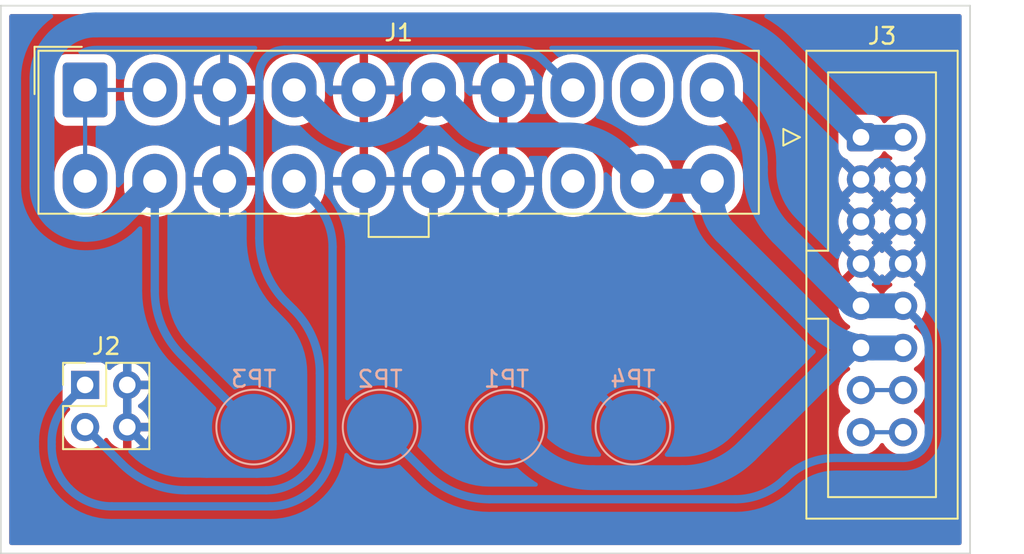
<source format=kicad_pcb>
(kicad_pcb (version 20211014) (generator pcbnew)
  (layers (0 "F.Cu" signal) (31 "B.Cu" signal) (34 "B.Paste" user) (35 "F.Paste" user) (36 "B.SilkS" user "B.Silkscreen") (37 "F.SilkS" user "F.Silkscreen") (38 "B.Mask" user) (39 "F.Mask" user) (44 "Edge.Cuts" user))
  (net 0 "")
  (net 1 "Net-(J1-Pad1)")
  (net 2 "GND")
  (net 3 "+5V")
  (net 4 "/POWER_OK")
  (net 6 "+12V")
  (net 7 "-12V")
  (net 8 "/POWER_ON")
  (net 10 "/CV")
  (net 11 "/GATE")
  (footprint "Connector_Molex:Molex_Mini-Fit_Jr_5566-20A_2x10_P4.20mm_Vertical" (layer "F.Cu") (at 121.92 86.36)
    (fp_text reference "J1" (at 18.9 -3.45) (layer "F.SilkS"))
    (fp_text value "ATX-20")
    (fp_line (start 17.09 7.46) (end 17.09 8.86) (layer "F.SilkS") (width 0.12))
    (fp_line (start 18.9 -2.36) (end 40.61 -2.36) (layer "F.SilkS") (width 0.12))
    (fp_line (start 18.9 -2.36) (end -2.81 -2.36) (layer "F.SilkS") (width 0.12))
    (fp_line (start 40.61 -2.36) (end 40.61 7.46) (layer "F.SilkS") (width 0.12))
    (fp_line (start -2.81 -2.36) (end -2.81 7.46) (layer "F.SilkS") (width 0.12))
    (fp_line (start -2.81 7.46) (end 17.09 7.46) (layer "F.SilkS") (width 0.12))
    (fp_line (start 20.71 8.86) (end 18.9 8.86) (layer "F.SilkS") (width 0.12))
    (fp_line (start 40.61 7.46) (end 20.71 7.46) (layer "F.SilkS") (width 0.12))
    (fp_line (start 17.09 8.86) (end 18.9 8.86) (layer "F.SilkS") (width 0.12))
    (fp_line (start 20.71 7.46) (end 20.71 8.86) (layer "F.SilkS") (width 0.12))
    (fp_line (start -0.2 -2.6) (end -3.05 -2.6) (layer "F.SilkS") (width 0.12))
    (fp_line (start -3.05 -2.6) (end -3.05 0.25) (layer "F.SilkS") (width 0.12))
    (pad "1" thru_hole roundrect (at 0 0) (size 2.7 3.3) (drill 1.4) (layers *.Cu *.Mask) (roundrect_rratio 0.092593) (net 1 "Net-(J1-Pad1)"))
    (pad "2" thru_hole oval (at 4.2 0) (size 2.7 3.3) (drill 1.4) (layers *.Cu *.Mask) (net 1 "Net-(J1-Pad1)"))
    (pad "3" thru_hole oval (at 8.4 0) (size 2.7 3.3) (drill 1.4) (layers *.Cu *.Mask) (net 2 "GND"))
    (pad "4" thru_hole oval (at 12.6 0) (size 2.7 3.3) (drill 1.4) (layers *.Cu *.Mask) (net 3 "+5V"))
    (pad "5" thru_hole oval (at 16.8 0) (size 2.7 3.3) (drill 1.4) (layers *.Cu *.Mask) (net 2 "GND"))
    (pad "6" thru_hole oval (at 21 0) (size 2.7 3.3) (drill 1.4) (layers *.Cu *.Mask) (net 3 "+5V"))
    (pad "7" thru_hole oval (at 25.2 0) (size 2.7 3.3) (drill 1.4) (layers *.Cu *.Mask) (net 2 "GND"))
    (pad "8" thru_hole oval (at 29.4 0) (size 2.7 3.3) (drill 1.4) (layers *.Cu *.Mask) (net 4 "/POWER_OK"))
    (pad "9" thru_hole oval (at 33.6 0) (size 2.7 3.3) (drill 1.4) (layers *.Cu *.Mask))
    (pad "10" thru_hole oval (at 37.8 0) (size 2.7 3.3) (drill 1.4) (layers *.Cu *.Mask) (net 6 "+12V"))
    (pad "11" thru_hole oval (at 0 5.5) (size 2.7 3.3) (drill 1.4) (layers *.Cu *.Mask) (net 1 "Net-(J1-Pad1)"))
    (pad "12" thru_hole oval (at 4.2 5.5) (size 2.7 3.3) (drill 1.4) (layers *.Cu *.Mask) (net 7 "-12V"))
    (pad "13" thru_hole oval (at 8.4 5.5) (size 2.7 3.3) (drill 1.4) (layers *.Cu *.Mask) (net 2 "GND"))
    (pad "14" thru_hole oval (at 12.6 5.5) (size 2.7 3.3) (drill 1.4) (layers *.Cu *.Mask) (net 8 "/POWER_ON"))
    (pad "15" thru_hole oval (at 16.8 5.5) (size 2.7 3.3) (drill 1.4) (layers *.Cu *.Mask) (net 2 "GND"))
    (pad "16" thru_hole oval (at 21 5.5) (size 2.7 3.3) (drill 1.4) (layers *.Cu *.Mask) (net 2 "GND"))
    (pad "17" thru_hole oval (at 25.2 5.5) (size 2.7 3.3) (drill 1.4) (layers *.Cu *.Mask) (net 2 "GND"))
    (pad "18" thru_hole oval (at 29.4 5.5) (size 2.7 3.3) (drill 1.4) (layers *.Cu *.Mask))
    (pad "19" thru_hole oval (at 33.6 5.5) (size 2.7 3.3) (drill 1.4) (layers *.Cu *.Mask) (net 3 "+5V"))
    (pad "20" thru_hole oval (at 37.8 5.5) (size 2.7 3.3) (drill 1.4) (layers *.Cu *.Mask) (net 3 "+5V"))
  )
  (footprint "Connector_IDC:IDC-Header_2x08_P2.54mm_Vertical" (layer "F.Cu") (at 168.685 89.21)
    (fp_text reference "J3" (at 1.27 -6.1) (layer "F.SilkS"))
    (fp_text value "Conn_02x08_Odd_Even")
    (fp_line (start -1.98 6.84) (end -1.98 -3.91) (layer "F.SilkS") (width 0.12))
    (fp_line (start -1.98 10.94) (end -3.29 10.94) (layer "F.SilkS") (width 0.12))
    (fp_line (start -3.29 22.99) (end -3.29 -5.21) (layer "F.SilkS") (width 0.12))
    (fp_line (start 4.52 21.69) (end -1.98 21.69) (layer "F.SilkS") (width 0.12))
    (fp_line (start -4.68 -0.5) (end -4.68 0.5) (layer "F.SilkS") (width 0.12))
    (fp_line (start -3.29 6.84) (end -1.98 6.84) (layer "F.SilkS") (width 0.12))
    (fp_line (start -1.98 -3.91) (end 4.52 -3.91) (layer "F.SilkS") (width 0.12))
    (fp_line (start -1.98 21.69) (end -1.98 10.94) (layer "F.SilkS") (width 0.12))
    (fp_line (start 5.83 22.99) (end -3.29 22.99) (layer "F.SilkS") (width 0.12))
    (fp_line (start -3.29 -5.21) (end 5.83 -5.21) (layer "F.SilkS") (width 0.12))
    (fp_line (start -4.68 0.5) (end -3.68 0) (layer "F.SilkS") (width 0.12))
    (fp_line (start 4.52 -3.91) (end 4.52 21.69) (layer "F.SilkS") (width 0.12))
    (fp_line (start -1.98 10.94) (end -1.98 10.94) (layer "F.SilkS") (width 0.12))
    (fp_line (start -3.68 0) (end -4.68 -0.5) (layer "F.SilkS") (width 0.12))
    (fp_line (start 5.83 -5.21) (end 5.83 22.99) (layer "F.SilkS") (width 0.12))
    (pad "1" thru_hole roundrect (at 0 0) (size 1.7 1.7) (drill 1) (layers *.Cu *.Mask) (roundrect_rratio 0.147059) (net 7 "-12V"))
    (pad "2" thru_hole circle (at 2.54 0) (size 1.7 1.7) (drill 1) (layers *.Cu *.Mask) (net 7 "-12V"))
    (pad "3" thru_hole circle (at 0 2.54) (size 1.7 1.7) (drill 1) (layers *.Cu *.Mask) (net 2 "GND"))
    (pad "4" thru_hole circle (at 2.54 2.54) (size 1.7 1.7) (drill 1) (layers *.Cu *.Mask) (net 2 "GND"))
    (pad "5" thru_hole circle (at 0 5.08) (size 1.7 1.7) (drill 1) (layers *.Cu *.Mask) (net 2 "GND"))
    (pad "6" thru_hole circle (at 2.54 5.08) (size 1.7 1.7) (drill 1) (layers *.Cu *.Mask) (net 2 "GND"))
    (pad "7" thru_hole circle (at 0 7.62) (size 1.7 1.7) (drill 1) (layers *.Cu *.Mask) (net 2 "GND"))
    (pad "8" thru_hole circle (at 2.54 7.62) (size 1.7 1.7) (drill 1) (layers *.Cu *.Mask) (net 2 "GND"))
    (pad "9" thru_hole circle (at 0 10.16) (size 1.7 1.7) (drill 1) (layers *.Cu *.Mask) (net 6 "+12V"))
    (pad "10" thru_hole circle (at 2.54 10.16) (size 1.7 1.7) (drill 1) (layers *.Cu *.Mask) (net 6 "+12V"))
    (pad "11" thru_hole circle (at 0 12.7) (size 1.7 1.7) (drill 1) (layers *.Cu *.Mask) (net 3 "+5V"))
    (pad "12" thru_hole circle (at 2.54 12.7) (size 1.7 1.7) (drill 1) (layers *.Cu *.Mask) (net 3 "+5V"))
    (pad "13" thru_hole circle (at 0 15.24) (size 1.7 1.7) (drill 1) (layers *.Cu *.Mask) (net 10 "/CV"))
    (pad "14" thru_hole circle (at 2.54 15.24) (size 1.7 1.7) (drill 1) (layers *.Cu *.Mask) (net 10 "/CV"))
    (pad "15" thru_hole circle (at 0 17.78) (size 1.7 1.7) (drill 1) (layers *.Cu *.Mask) (net 11 "/GATE"))
    (pad "16" thru_hole circle (at 2.54 17.78) (size 1.7 1.7) (drill 1) (layers *.Cu *.Mask) (net 11 "/GATE"))
  )
  (footprint "Connector_PinHeader_2.54mm:PinHeader_2x02_P2.54mm_Vertical" (layer "F.Cu") (at 121.92 104.14)
    (fp_text reference "J2" (at 1.27 -2.33) (layer "F.SilkS"))
    (fp_text value "PWR_ON_OK")
    (fp_line (start -1.33 1.27) (end 1.27 1.27) (layer "F.SilkS") (width 0.12))
    (fp_line (start -1.33 -1.33) (end 0 -1.33) (layer "F.SilkS") (width 0.12))
    (fp_line (start 3.87 -1.33) (end 3.87 3.87) (layer "F.SilkS") (width 0.12))
    (fp_line (start -1.33 0) (end -1.33 -1.33) (layer "F.SilkS") (width 0.12))
    (fp_line (start 1.27 -1.33) (end 3.87 -1.33) (layer "F.SilkS") (width 0.12))
    (fp_line (start 1.27 1.27) (end 1.27 -1.33) (layer "F.SilkS") (width 0.12))
    (fp_line (start -1.33 3.87) (end 3.87 3.87) (layer "F.SilkS") (width 0.12))
    (fp_line (start -1.33 1.27) (end -1.33 3.87) (layer "F.SilkS") (width 0.12))
    (pad "1" thru_hole rect (at 0 0) (size 1.7 1.7) (drill 1) (layers *.Cu *.Mask) (net 8 "/POWER_ON"))
    (pad "2" thru_hole oval (at 2.54 0) (size 1.7 1.7) (drill 1) (layers *.Cu *.Mask) (net 2 "GND"))
    (pad "3" thru_hole oval (at 0 2.54) (size 1.7 1.7) (drill 1) (layers *.Cu *.Mask) (net 4 "/POWER_OK"))
    (pad "4" thru_hole oval (at 2.54 2.54) (size 1.7 1.7) (drill 1) (layers *.Cu *.Mask) (net 2 "GND"))
  )
  (footprint "TestPoint:TestPoint_Pad_D4.0mm" (layer "B.Cu") (at 139.7 106.68 180)
    (fp_text reference "TP2" (at 0 2.898) (layer "B.SilkS") (effects (justify mirror)))
    (fp_text value "+12V")
    (fp_circle (center 0 0) (end 0 -2.25) (layer "B.SilkS") (width 0.12) (fill none))
    (pad "1" smd circle (at 0 0 180) (size 4 4) (layers "B.Cu" "B.Mask") (net 6 "+12V"))
  )
  (footprint "TestPoint:TestPoint_Pad_D4.0mm" (layer "B.Cu") (at 132.08 106.68 180)
    (fp_text reference "TP3" (at 0 2.898) (layer "B.SilkS") (effects (justify mirror)))
    (fp_text value "-12V")
    (fp_circle (center 0 0) (end 0 -2.25) (layer "B.SilkS") (width 0.12) (fill none))
    (pad "1" smd circle (at 0 0 180) (size 4 4) (layers "B.Cu" "B.Mask") (net 7 "-12V"))
  )
  (footprint "TestPoint:TestPoint_Pad_D4.0mm" (layer "B.Cu") (at 154.94 106.68 180)
    (fp_text reference "TP4" (at 0 2.898) (layer "B.SilkS") (effects (justify mirror)))
    (fp_text value "GND")
    (fp_circle (center 0 0) (end 0 -2.25) (layer "B.SilkS") (width 0.12) (fill none))
    (pad "1" smd circle (at 0 0 180) (size 4 4) (layers "B.Cu" "B.Mask") (net 2 "GND"))
  )
  (footprint "TestPoint:TestPoint_Pad_D4.0mm" (layer "B.Cu") (at 147.32 106.68 180)
    (fp_text reference "TP1" (at 0 2.898) (layer "B.SilkS") (effects (justify mirror)))
    (fp_text value "+5V")
    (fp_circle (center 0 0) (end 0 -2.25) (layer "B.SilkS") (width 0.12) (fill none))
    (pad "1" smd circle (at 0 0 180) (size 4 4) (layers "B.Cu" "B.Mask") (net 3 "+5V"))
  )
  (gr_line (start 175.26 114.3) (end 116.84 114.3) (layer "Edge.Cuts") (width 0.1))
  (gr_line (start 116.84 114.3) (end 116.84 81.28) (layer "Edge.Cuts") (width 0.1))
  (gr_line (start 116.84 81.28) (end 175.26 81.28) (layer "Edge.Cuts") (width 0.1))
  (gr_line (start 175.26 81.28) (end 175.26 114.3) (layer "Edge.Cuts") (width 0.1))
  (segment (start 121.92 86.36) (end 121.92 91.86) (width 0.25) (layer "B.Cu") (net 1))
  (segment (start 121.92 86.36) (end 126.12 86.36) (width 0.25) (layer "B.Cu") (net 1))
  (segment (start 147.12 96.606036) (end 147.12 91.86) (width 0.5) (layer "B.Cu") (net 2))
  (segment (start 125.863728 108.083728) (end 124.46 106.68) (width 0.5) (layer "B.Cu") (net 2))
  (segment (start 131.913792 98.437427) (end 133.235718 99.759353) (width 0.5) (layer "B.Cu") (net 2))
  (segment (start 134.829511 103.607109) (end 134.829511 106.924235) (width 0.5) (layer "B.Cu") (net 2))
  (segment (start 148.713792 100.453792) (end 154.94 106.68) (width 0.5) (layer "B.Cu") (net 2))
  (segment (start 129.252627 109.487456) (end 132.26629 109.487456) (width 0.5) (layer "B.Cu") (net 2))
  (segment (start 130.32 94.589671) (end 130.32 91.86) (width 0.5) (layer "B.Cu") (net 2))
  (arc (start 130.32 94.589671) (mid 130.734213 96.672061) (end 131.913792 98.437427) (width 0.5) (layer "B.Cu") (net 2))
  (arc (start 134.078761 108.736706) (mid 133.247192 109.292342) (end 132.26629 109.487456) (width 0.5) (layer "B.Cu") (net 2))
  (arc (start 133.235718 99.759353) (mid 134.415297 101.524718) (end 134.829511 103.607109) (width 0.5) (layer "B.Cu") (net 2))
  (arc (start 147.12 96.606036) (mid 147.534213 98.688426) (end 148.713792 100.453792) (width 0.5) (layer "B.Cu") (net 2))
  (arc (start 134.829511 106.924235) (mid 134.634397 107.905137) (end 134.078761 108.736706) (width 0.5) (layer "B.Cu") (net 2))
  (arc (start 125.863728 108.083728) (mid 127.418568 109.122638) (end 129.252627 109.487456) (width 0.5) (layer "B.Cu") (net 2))
  (segment (start 152.52584 109.729511) (end 157.943177 109.729511) (width 1.5) (layer "B.Cu") (net 3))
  (segment (start 167.780355 102.146296) (end 161.790933 108.135718) (width 1.5) (layer "B.Cu") (net 3))
  (segment (start 168.350826 101.91) (end 168.685 101.91) (width 1.5) (layer "B.Cu") (net 3))
  (segment (start 142.92 86.36) (end 141.281479 87.99852) (width 1.5) (layer "B.Cu") (net 3))
  (segment (start 146.622472 89.075024) (end 151.039128 89.075024) (width 1.5) (layer "B.Cu") (net 3))
  (segment (start 158.576459 91.86) (end 155.600071 91.86) (width 1.5) (layer "B.Cu") (net 3))
  (segment (start 142.92 86.36) (end 144.936793 88.376793) (width 1.5) (layer "B.Cu") (net 3))
  (segment (start 155.463381 91.643239) (end 154.207583 90.387441) (width 1.5) (layer "B.Cu") (net 3))
  (segment (start 160.528605 94.955686) (end 166.159893 100.586974) (width 1.5) (layer "B.Cu") (net 3))
  (segment (start 148.844755 108.204755) (end 147.32 106.68) (width 1.5) (layer "B.Cu") (net 3))
  (segment (start 169.353959 101.91) (end 171.225 101.91) (width 1.5) (layer "B.Cu") (net 3))
  (segment (start 136.15852 87.99852) (end 134.52 86.36) (width 1.5) (layer "B.Cu") (net 3))
  (arc (start 159.72 93.00354) (mid 159.385064 92.194935) (end 158.576459 91.86) (width 1.5) (layer "B.Cu") (net 3))
  (arc (start 148.844755 108.204755) (mid 150.533651 109.333239) (end 152.52584 109.729511) (width 1.5) (layer "B.Cu") (net 3))
  (arc (start 168.350826 101.91) (mid 168.042089 101.971411) (end 167.780355 102.146296) (width 1.5) (layer "B.Cu") (net 3))
  (arc (start 161.790933 108.135718) (mid 160.025567 109.315297) (end 157.943177 109.729511) (width 1.5) (layer "B.Cu") (net 3))
  (arc (start 141.281479 87.99852) (mid 140.106262 88.783775) (end 138.72 89.05952) (width 1.5) (layer "B.Cu") (net 3))
  (arc (start 166.159893 100.586974) (mid 167.625343 101.566156) (end 169.353959 101.91) (width 1.5) (layer "B.Cu") (net 3))
  (arc (start 144.936793 88.376793) (mid 145.710189 88.89356) (end 146.622472 89.075024) (width 1.5) (layer "B.Cu") (net 3))
  (arc (start 154.207583 90.387441) (mid 152.753883 89.41611) (end 151.039128 89.075024) (width 1.5) (layer "B.Cu") (net 3))
  (arc (start 155.463381 91.643239) (mid 155.505285 91.705952) (end 155.52 91.779929) (width 1.5) (layer "B.Cu") (net 3))
  (arc (start 155.52 91.779929) (mid 155.543452 91.836547) (end 155.600071 91.86) (width 1.5) (layer "B.Cu") (net 3))
  (arc (start 159.72 93.00354) (mid 159.930149 94.060033) (end 160.528605 94.955686) (width 1.5) (layer "B.Cu") (net 3))
  (arc (start 136.15852 87.99852) (mid 137.333737 88.783775) (end 138.72 89.05952) (width 1.5) (layer "B.Cu") (net 3))
  (segment (start 133.933465 83.937167) (end 147.993895 83.937167) (width 0.5) (layer "B.Cu") (net 4))
  (segment (start 134.013312 99.123425) (end 134.47514 99.585253) (width 0.5) (layer "B.Cu") (net 4))
  (segment (start 136.068933 107.257875) (end 136.068933 103.433009) (width 0.5) (layer "B.Cu") (net 4))
  (segment (start 132.41952 85.451112) (end 132.41952 95.275669) (width 0.5) (layer "B.Cu") (net 4))
  (segment (start 127.98093 110.486967) (end 132.839841 110.486967) (width 0.5) (layer "B.Cu") (net 4))
  (segment (start 124.133174 108.893174) (end 121.92 106.68) (width 0.5) (layer "B.Cu") (net 4))
  (segment (start 149.535877 84.575877) (end 151.32 86.36) (width 0.5) (layer "B.Cu") (net 4))
  (arc (start 132.862944 84.380591) (mid 132.534762 84.87175) (end 132.41952 85.451112) (width 0.5) (layer "B.Cu") (net 4))
  (arc (start 132.41952 95.275669) (mid 132.833733 97.358059) (end 134.013312 99.123425) (width 0.5) (layer "B.Cu") (net 4))
  (arc (start 136.068933 107.257875) (mid 135.823133 108.493595) (end 135.123154 109.541188) (width 0.5) (layer "B.Cu") (net 4))
  (arc (start 149.535877 84.575877) (mid 148.82841 84.103162) (end 147.993895 83.937167) (width 0.5) (layer "B.Cu") (net 4))
  (arc (start 135.123154 109.541188) (mid 134.075561 110.241167) (end 132.839841 110.486967) (width 0.5) (layer "B.Cu") (net 4))
  (arc (start 133.933465 83.937167) (mid 133.354103 84.052409) (end 132.862944 84.380591) (width 0.5) (layer "B.Cu") (net 4))
  (arc (start 134.47514 99.585253) (mid 135.654719 101.350618) (end 136.068933 103.433009) (width 0.5) (layer "B.Cu") (net 4))
  (arc (start 124.133174 108.893174) (mid 125.898539 110.072753) (end 127.98093 110.486967) (width 0.5) (layer "B.Cu") (net 4))
  (segment (start 168.899579 99.37) (end 171.225 99.37) (width 1.5) (layer "B.Cu") (net 6))
  (segment (start 161.01976 87.65976) (end 159.72 86.36) (width 1.5) (layer "B.Cu") (net 6))
  (segment (start 172.774511 106.990002) (end 172.774511 102.01518) (width 0.5) (layer "B.Cu") (net 6))
  (segment (start 171.999755 100.144755) (end 171.225 99.37) (width 0.5) (layer "B.Cu") (net 6))
  (segment (start 168.899579 99.37) (end 168.470421 99.37) (width 1.5) (layer "B.Cu") (net 6))
  (segment (start 161.112925 111.029022) (end 146.302985 111.029022) (width 0.5) (layer "B.Cu") (net 6))
  (segment (start 142.455229 109.435229) (end 139.7 106.68) (width 0.5) (layer "B.Cu") (net 6))
  (segment (start 168.104111 99.218269) (end 163.901373 95.015531) (width 1.5) (layer "B.Cu") (net 6))
  (segment (start 162.31952 90.797658) (end 162.31952 91.196599) (width 1.5) (layer "B.Cu") (net 6))
  (segment (start 167.123137 108.539511) (end 171.225002 108.539511) (width 0.5) (layer "B.Cu") (net 6))
  (arc (start 161.01976 87.65976) (mid 161.981723 89.099439) (end 162.31952 90.797658) (width 1.5) (layer "B.Cu") (net 6))
  (arc (start 142.455229 109.435229) (mid 144.220594 110.614808) (end 146.302985 111.029022) (width 0.5) (layer "B.Cu") (net 6))
  (arc (start 171.999755 100.144755) (mid 172.573158 101.002913) (end 172.774511 102.01518) (width 0.5) (layer "B.Cu") (net 6))
  (arc (start 172.32067 108.08567) (mid 171.817973 108.421561) (end 171.225002 108.539511) (width 0.5) (layer "B.Cu") (net 6))
  (arc (start 164.118031 109.784266) (mid 162.739276 110.70552) (end 161.112925 111.029022) (width 0.5) (layer "B.Cu") (net 6))
  (arc (start 162.31952 91.196599) (mid 162.73063 93.26339) (end 163.901373 95.015531) (width 1.5) (layer "B.Cu") (net 6))
  (arc (start 168.104111 99.218269) (mid 168.272175 99.330566) (end 168.470421 99.37) (width 1.5) (layer "B.Cu") (net 6))
  (arc (start 167.123137 108.539511) (mid 165.496785 108.863012) (end 164.118031 109.784266) (width 0.5) (layer "B.Cu") (net 6))
  (arc (start 172.774511 106.990002) (mid 172.656561 107.582973) (end 172.32067 108.08567) (width 0.5) (layer "B.Cu") (net 6))
  (segment (start 168.685 89.21) (end 171.225 89.21) (width 1.5) (layer "B.Cu") (net 7))
  (segment (start 119.32048 92.159999) (end 119.32048 85.683247) (width 1.5) (layer "B.Cu") (net 7))
  (segment (start 124.060959 93.91904) (end 126.12 91.86) (width 1.5) (layer "B.Cu") (net 7))
  (segment (start 122.56607 82.437657) (end 159.658693 82.437657) (width 1.5) (layer "B.Cu") (net 7))
  (segment (start 127.713792 102.313792) (end 132.08 106.68) (width 0.5) (layer "B.Cu") (net 7))
  (segment (start 168.685 89.21) (end 163.506449 84.031449) (width 1.5) (layer "B.Cu") (net 7))
  (segment (start 122.031862 94.75952) (end 121.92 94.75952) (width 1.5) (layer "B.Cu") (net 7))
  (segment (start 126.12 98.466036) (end 126.12 91.86) (width 0.5) (layer "B.Cu") (net 7))
  (arc (start 119.32048 92.159999) (mid 119.518356 93.154792) (end 120.081862 93.998138) (width 1.5) (layer "B.Cu") (net 7))
  (arc (start 124.060959 93.91904) (mid 123.130001 94.541086) (end 122.031862 94.75952) (width 1.5) (layer "B.Cu") (net 7))
  (arc (start 163.506449 84.031449) (mid 161.741083 82.85187) (end 159.658693 82.437657) (width 1.5) (layer "B.Cu") (net 7))
  (arc (start 120.081862 93.998138) (mid 120.925207 94.561643) (end 121.92 94.75952) (width 1.5) (layer "B.Cu") (net 7))
  (arc (start 120.271091 83.388268) (mid 119.567535 84.441213) (end 119.32048 85.683247) (width 1.5) (layer "B.Cu") (net 7))
  (arc (start 126.12 98.466036) (mid 126.534213 100.548426) (end 127.713792 102.313792) (width 0.5) (layer "B.Cu") (net 7))
  (arc (start 122.56607 82.437657) (mid 121.324036 82.684712) (end 120.271091 83.388268) (width 1.5) (layer "B.Cu") (net 7))
  (segment (start 134.2 91.86) (end 134.52 91.86) (width 0.25) (layer "F.Cu") (net 8))
  (segment (start 133.05357 111.457454) (end 123.52842 111.457454) (width 0.5) (layer "B.Cu") (net 8))
  (segment (start 119.904837 107.580098) (end 119.904837 107.83387) (width 0.5) (layer "B.Cu") (net 8))
  (segment (start 134.633137 91.973137) (end 135.678128 93.018128) (width 0.5) (layer "B.Cu") (net 8))
  (segment (start 134.36 91.86) (end 134.2 91.86) (width 0.25) (layer "B.Cu") (net 8))
  (segment (start 136.836256 107.674768) (end 136.836256 95.814096) (width 0.5) (layer "B.Cu") (net 8))
  (segment (start 120.912418 105.147581) (end 121.92 104.14) (width 0.5) (layer "B.Cu") (net 8))
  (arc (start 135.728333 110.349531) (mid 134.501141 111.169514) (end 133.05357 111.457454) (width 0.5) (layer "B.Cu") (net 8))
  (arc (start 136.836256 107.674768) (mid 136.548316 109.122339) (end 135.728333 110.349531) (width 0.5) (layer "B.Cu") (net 8))
  (arc (start 120.912418 105.147581) (mid 120.166698 106.263629) (end 119.904837 107.580098) (width 0.5) (layer "B.Cu") (net 8))
  (arc (start 135.678128 93.018128) (mid 136.535268 94.300929) (end 136.836256 95.814096) (width 0.5) (layer "B.Cu") (net 8))
  (arc (start 119.904837 107.83387) (mid 120.180665 109.220555) (end 120.96616 110.396131) (width 0.5) (layer "B.Cu") (net 8))
  (arc (start 134.633137 91.973137) (mid 134.50782 91.889403) (end 134.36 91.86) (width 0.5) (layer "B.Cu") (net 8))
  (arc (start 120.96616 110.396131) (mid 122.141734 111.181625) (end 123.52842 111.457454) (width 0.5) (layer "B.Cu") (net 8))
  (segment (start 168.685 104.45) (end 171.225 104.45) (width 0.25) (layer "B.Cu") (net 10))
  (segment (start 171.225 106.99) (end 168.685 106.99) (width 0.25) (layer "B.Cu") (net 11))
  (zone (net 2) (net_name "GND") (layer "F.Cu") (connect_pads (clearance 0.508)) (min_thickness 0.254) (fill yes (thermal_gap 0.508) (thermal_bridge_width 0.508))
    (polygon (pts (xy 175.26 114.3) (xy 116.84 114.3) (xy 116.84 81.28) (xy 175.26 81.28)))
  )
  (zone (net 2) (net_name "GND") (layer "B.Cu") (connect_pads (clearance 0.508)) (min_thickness 0.254) (fill yes (thermal_gap 0.508) (thermal_bridge_width 0.508))
    (polygon (pts (xy 175.26 114.3) (xy 116.84 114.3) (xy 116.84 81.28) (xy 175.26 81.28)))
  )
)
</source>
